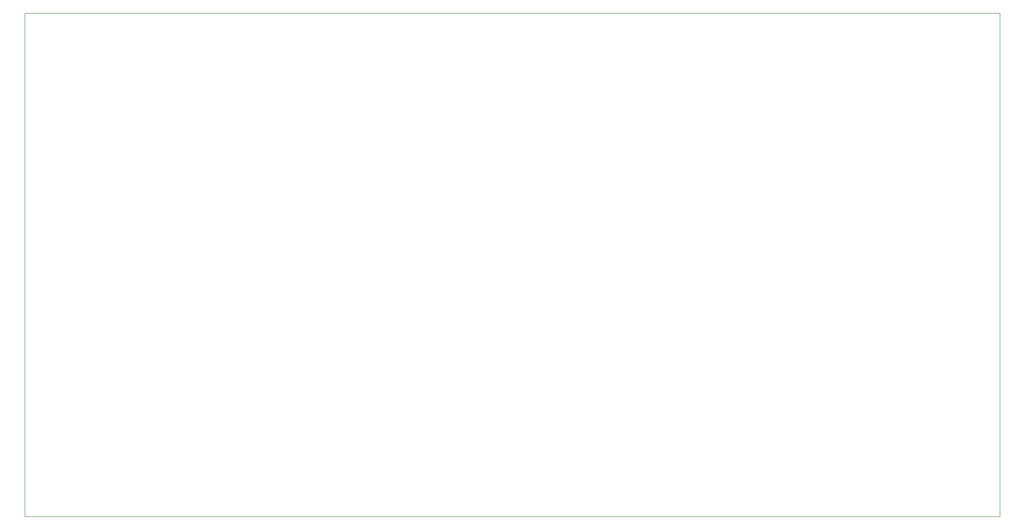
<source format=gm1>
G04 #@! TF.GenerationSoftware,KiCad,Pcbnew,8.0.1*
G04 #@! TF.CreationDate,2024-04-11T19:40:35-05:00*
G04 #@! TF.ProjectId,Backplane,4261636b-706c-4616-9e65-2e6b69636164,rev?*
G04 #@! TF.SameCoordinates,Original*
G04 #@! TF.FileFunction,Profile,NP*
%FSLAX46Y46*%
G04 Gerber Fmt 4.6, Leading zero omitted, Abs format (unit mm)*
G04 Created by KiCad (PCBNEW 8.0.1) date 2024-04-11 19:40:35*
%MOMM*%
%LPD*%
G01*
G04 APERTURE LIST*
G04 #@! TA.AperFunction,Profile*
%ADD10C,0.050000*%
G04 #@! TD*
G04 APERTURE END LIST*
D10*
X153000000Y-43500000D02*
X337000000Y-43500000D01*
X337000000Y-138500000D01*
X153000000Y-138500000D01*
X153000000Y-43500000D01*
M02*

</source>
